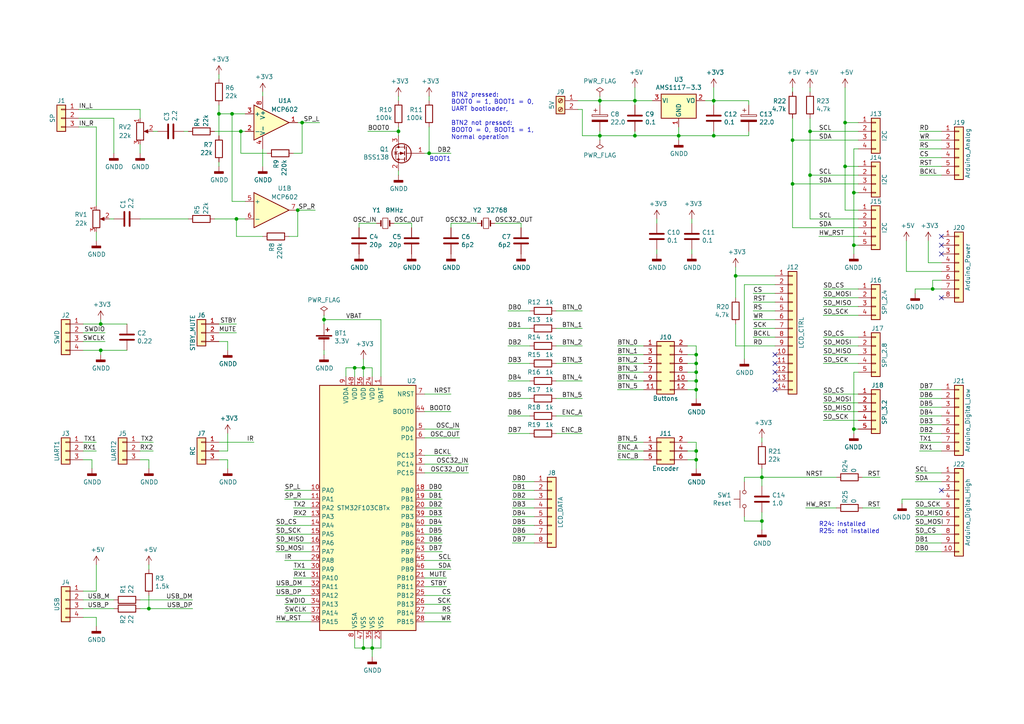
<source format=kicad_sch>
(kicad_sch (version 20211123) (generator eeschema)
  (paper "A4")
  (junction (at 69.85 38.1))
  (junction (at 201.93 130.81))
  (junction (at 67.31 33.02))
  (junction (at 43.18 176.53))
  (junction (at 229.87 40.64))
  (junction (at 201.93 133.35))
  (junction (at 105.41 187.96))
  (junction (at 247.65 71.12))
  (junction (at 105.41 106.68))
  (junction (at 184.15 29.21))
  (junction (at 201.93 102.87))
  (junction (at 220.98 151.13))
  (junction (at 201.93 113.03))
  (junction (at 87.63 35.56))
  (junction (at 201.93 105.41))
  (junction (at 124.46 44.45))
  (junction (at 196.85 39.37))
  (junction (at 207.01 29.21))
  (junction (at 270.51 83.82))
  (junction (at 201.93 107.95))
  (junction (at 107.95 187.96))
  (junction (at 86.36 60.96))
  (junction (at 29.21 93.98))
  (junction (at 29.21 101.6))
  (junction (at 115.57 38.1))
  (junction (at 93.98 92.71))
  (junction (at 229.87 53.34))
  (junction (at 247.65 124.46))
  (junction (at 173.99 29.21))
  (junction (at 245.11 48.26))
  (junction (at 173.99 39.37))
  (junction (at 63.5 33.02))
  (junction (at 68.58 63.5))
  (junction (at 207.01 39.37))
  (junction (at 234.95 38.1))
  (junction (at 102.87 106.68))
  (junction (at 201.93 110.49))
  (junction (at 213.36 80.01))
  (junction (at 245.11 35.56))
  (junction (at 220.98 138.43))
  (junction (at 234.95 50.8))
  (junction (at 184.15 39.37))
  (junction (at 247.65 55.88))
  (no_connect (at 273.05 73.66))
  (no_connect (at 224.79 113.03))
  (no_connect (at 224.79 107.95))
  (no_connect (at 273.05 86.36))
  (no_connect (at 273.05 142.24))
  (no_connect (at 224.79 110.49))
  (no_connect (at 273.05 71.12))
  (no_connect (at 224.79 105.41))
  (no_connect (at 224.79 102.87))
  (no_connect (at 273.05 68.58))
  (wire (pts (xy 250.19 138.43) (xy 255.27 138.43)))
  (wire (pts (xy 248.92 63.5) (xy 234.95 63.5)))
  (wire (pts (xy 234.95 38.1) (xy 234.95 50.8)))
  (wire (pts (xy 273.05 76.2) (xy 269.24 76.2)))
  (wire (pts (xy 22.86 36.83) (xy 27.94 36.83)))
  (wire (pts (xy 201.93 100.33) (xy 201.93 102.87)))
  (wire (pts (xy 36.83 93.98) (xy 29.21 93.98)))
  (wire (pts (xy 168.91 39.37) (xy 173.99 39.37)))
  (wire (pts (xy 186.69 107.95) (xy 179.07 107.95)))
  (wire (pts (xy 201.93 113.03) (xy 199.39 113.03)))
  (wire (pts (xy 36.83 101.6) (xy 29.21 101.6)))
  (wire (pts (xy 217.17 39.37) (xy 207.01 39.37)))
  (wire (pts (xy 273.05 50.8) (xy 266.7 50.8)))
  (wire (pts (xy 184.15 25.4) (xy 184.15 29.21)))
  (wire (pts (xy 71.12 38.1) (xy 69.85 38.1)))
  (wire (pts (xy 245.11 35.56) (xy 245.11 48.26)))
  (wire (pts (xy 63.5 99.06) (xy 66.04 99.06)))
  (wire (pts (xy 273.05 157.48) (xy 265.43 157.48)))
  (wire (pts (xy 273.05 38.1) (xy 266.7 38.1)))
  (wire (pts (xy 273.05 144.78) (xy 261.62 144.78)))
  (wire (pts (xy 248.92 124.46) (xy 247.65 124.46)))
  (wire (pts (xy 247.65 124.46) (xy 247.65 125.73)))
  (wire (pts (xy 248.92 53.34) (xy 229.87 53.34)))
  (wire (pts (xy 90.17 170.18) (xy 80.01 170.18)))
  (wire (pts (xy 147.32 115.57) (xy 153.67 115.57)))
  (wire (pts (xy 248.92 105.41) (xy 238.76 105.41)))
  (wire (pts (xy 115.57 36.83) (xy 115.57 38.1)))
  (wire (pts (xy 67.31 58.42) (xy 71.12 58.42)))
  (wire (pts (xy 273.05 130.81) (xy 266.7 130.81)))
  (wire (pts (xy 168.91 105.41) (xy 161.29 105.41)))
  (wire (pts (xy 247.65 124.46) (xy 247.65 107.95)))
  (wire (pts (xy 90.17 165.1) (xy 85.09 165.1)))
  (wire (pts (xy 66.04 130.81) (xy 63.5 130.81)))
  (wire (pts (xy 220.98 127) (xy 220.98 128.27)))
  (wire (pts (xy 82.55 142.24) (xy 90.17 142.24)))
  (wire (pts (xy 82.55 175.26) (xy 90.17 175.26)))
  (wire (pts (xy 86.36 60.96) (xy 91.44 60.96)))
  (wire (pts (xy 247.65 43.18) (xy 247.65 55.88)))
  (wire (pts (xy 66.04 99.06) (xy 66.04 101.6)))
  (wire (pts (xy 224.79 95.25) (xy 218.44 95.25)))
  (wire (pts (xy 76.2 68.58) (xy 68.58 68.58)))
  (wire (pts (xy 29.21 93.98) (xy 29.21 92.71)))
  (wire (pts (xy 26.67 133.35) (xy 26.67 135.89)))
  (wire (pts (xy 190.5 73.66) (xy 190.5 72.39)))
  (wire (pts (xy 273.05 115.57) (xy 266.7 115.57)))
  (wire (pts (xy 153.67 125.73) (xy 147.32 125.73)))
  (wire (pts (xy 124.46 27.94) (xy 124.46 29.21)))
  (wire (pts (xy 123.19 154.94) (xy 128.27 154.94)))
  (wire (pts (xy 107.95 190.5) (xy 107.95 187.96)))
  (wire (pts (xy 201.93 133.35) (xy 199.39 133.35)))
  (wire (pts (xy 224.79 80.01) (xy 213.36 80.01)))
  (wire (pts (xy 85.09 44.45) (xy 87.63 44.45)))
  (wire (pts (xy 105.41 104.14) (xy 105.41 106.68)))
  (wire (pts (xy 29.21 102.87) (xy 29.21 101.6)))
  (wire (pts (xy 27.94 36.83) (xy 27.94 59.69)))
  (wire (pts (xy 24.13 99.06) (xy 30.48 99.06)))
  (wire (pts (xy 69.85 38.1) (xy 62.23 38.1)))
  (wire (pts (xy 123.19 165.1) (xy 130.81 165.1)))
  (wire (pts (xy 45.72 38.1) (xy 44.45 38.1)))
  (wire (pts (xy 123.19 160.02) (xy 128.27 160.02)))
  (wire (pts (xy 107.95 106.68) (xy 107.95 109.22)))
  (wire (pts (xy 215.9 149.86) (xy 215.9 151.13)))
  (wire (pts (xy 29.21 101.6) (xy 24.13 101.6)))
  (wire (pts (xy 123.19 167.64) (xy 129.54 167.64)))
  (wire (pts (xy 154.94 144.78) (xy 148.59 144.78)))
  (wire (pts (xy 123.19 177.8) (xy 130.81 177.8)))
  (wire (pts (xy 196.85 40.64) (xy 196.85 39.37)))
  (wire (pts (xy 40.64 31.75) (xy 40.64 34.29)))
  (wire (pts (xy 153.67 120.65) (xy 147.32 120.65)))
  (wire (pts (xy 168.91 115.57) (xy 161.29 115.57)))
  (wire (pts (xy 200.66 73.66) (xy 200.66 72.39)))
  (wire (pts (xy 273.05 83.82) (xy 270.51 83.82)))
  (wire (pts (xy 199.39 110.49) (xy 201.93 110.49)))
  (wire (pts (xy 207.01 29.21) (xy 217.17 29.21)))
  (wire (pts (xy 63.5 96.52) (xy 68.58 96.52)))
  (wire (pts (xy 220.98 138.43) (xy 242.57 138.43)))
  (wire (pts (xy 215.9 139.7) (xy 215.9 138.43)))
  (wire (pts (xy 248.92 38.1) (xy 234.95 38.1)))
  (wire (pts (xy 153.67 100.33) (xy 147.32 100.33)))
  (wire (pts (xy 43.18 172.72) (xy 43.18 176.53)))
  (wire (pts (xy 43.18 163.83) (xy 43.18 165.1)))
  (wire (pts (xy 105.41 106.68) (xy 107.95 106.68)))
  (wire (pts (xy 248.92 43.18) (xy 247.65 43.18)))
  (wire (pts (xy 123.19 137.16) (xy 135.89 137.16)))
  (wire (pts (xy 273.05 120.65) (xy 266.7 120.65)))
  (wire (pts (xy 213.36 80.01) (xy 213.36 77.47)))
  (wire (pts (xy 261.62 144.78) (xy 261.62 146.05)))
  (wire (pts (xy 100.33 109.22) (xy 100.33 106.68)))
  (wire (pts (xy 273.05 81.28) (xy 270.51 81.28)))
  (wire (pts (xy 248.92 114.3) (xy 238.76 114.3)))
  (wire (pts (xy 63.5 128.27) (xy 73.66 128.27)))
  (wire (pts (xy 24.13 176.53) (xy 33.02 176.53)))
  (wire (pts (xy 248.92 121.92) (xy 238.76 121.92)))
  (wire (pts (xy 248.92 66.04) (xy 229.87 66.04)))
  (wire (pts (xy 63.5 21.59) (xy 63.5 22.86)))
  (wire (pts (xy 93.98 102.87) (xy 93.98 101.6)))
  (wire (pts (xy 207.01 30.48) (xy 207.01 29.21)))
  (wire (pts (xy 24.13 133.35) (xy 26.67 133.35)))
  (wire (pts (xy 220.98 151.13) (xy 215.9 151.13)))
  (wire (pts (xy 167.64 31.75) (xy 168.91 31.75)))
  (wire (pts (xy 248.92 71.12) (xy 247.65 71.12)))
  (wire (pts (xy 77.47 44.45) (xy 69.85 44.45)))
  (wire (pts (xy 168.91 110.49) (xy 161.29 110.49)))
  (wire (pts (xy 148.59 157.48) (xy 154.94 157.48)))
  (wire (pts (xy 40.64 173.99) (xy 55.88 173.99)))
  (wire (pts (xy 201.93 102.87) (xy 201.93 105.41)))
  (wire (pts (xy 184.15 29.21) (xy 173.99 29.21)))
  (wire (pts (xy 63.5 33.02) (xy 63.5 39.37)))
  (wire (pts (xy 224.79 85.09) (xy 218.44 85.09)))
  (wire (pts (xy 154.94 154.94) (xy 148.59 154.94)))
  (wire (pts (xy 201.93 107.95) (xy 201.93 110.49)))
  (wire (pts (xy 85.09 167.64) (xy 90.17 167.64)))
  (wire (pts (xy 248.92 60.96) (xy 245.11 60.96)))
  (wire (pts (xy 234.95 25.4) (xy 234.95 26.67)))
  (wire (pts (xy 248.92 50.8) (xy 234.95 50.8)))
  (wire (pts (xy 269.24 76.2) (xy 269.24 69.85)))
  (wire (pts (xy 248.92 119.38) (xy 238.76 119.38)))
  (wire (pts (xy 247.65 55.88) (xy 247.65 71.12)))
  (wire (pts (xy 68.58 68.58) (xy 68.58 63.5)))
  (wire (pts (xy 184.15 30.48) (xy 184.15 29.21)))
  (wire (pts (xy 248.92 35.56) (xy 245.11 35.56)))
  (wire (pts (xy 201.93 115.57) (xy 201.93 113.03)))
  (wire (pts (xy 119.38 66.04) (xy 119.38 64.77)))
  (wire (pts (xy 215.9 138.43) (xy 220.98 138.43)))
  (wire (pts (xy 186.69 128.27) (xy 179.07 128.27)))
  (wire (pts (xy 69.85 44.45) (xy 69.85 38.1)))
  (wire (pts (xy 186.69 100.33) (xy 179.07 100.33)))
  (wire (pts (xy 115.57 49.53) (xy 115.57 50.8)))
  (wire (pts (xy 71.12 63.5) (xy 68.58 63.5)))
  (wire (pts (xy 24.13 173.99) (xy 33.02 173.99)))
  (wire (pts (xy 104.14 64.77) (xy 109.22 64.77)))
  (wire (pts (xy 229.87 66.04) (xy 229.87 53.34)))
  (wire (pts (xy 151.13 66.04) (xy 151.13 64.77)))
  (wire (pts (xy 199.39 130.81) (xy 201.93 130.81)))
  (wire (pts (xy 86.36 68.58) (xy 86.36 60.96)))
  (wire (pts (xy 273.05 137.16) (xy 265.43 137.16)))
  (wire (pts (xy 40.64 133.35) (xy 43.18 133.35)))
  (wire (pts (xy 123.19 124.46) (xy 133.35 124.46)))
  (wire (pts (xy 224.79 97.79) (xy 218.44 97.79)))
  (wire (pts (xy 90.17 162.56) (xy 82.55 162.56)))
  (wire (pts (xy 220.98 148.59) (xy 220.98 151.13)))
  (wire (pts (xy 250.19 147.32) (xy 255.27 147.32)))
  (wire (pts (xy 102.87 185.42) (xy 102.87 187.96)))
  (wire (pts (xy 27.94 171.45) (xy 24.13 171.45)))
  (wire (pts (xy 245.11 25.4) (xy 245.11 35.56)))
  (wire (pts (xy 184.15 39.37) (xy 196.85 39.37)))
  (wire (pts (xy 199.39 105.41) (xy 201.93 105.41)))
  (wire (pts (xy 273.05 125.73) (xy 266.7 125.73)))
  (wire (pts (xy 234.95 34.29) (xy 234.95 38.1)))
  (wire (pts (xy 24.13 96.52) (xy 30.48 96.52)))
  (wire (pts (xy 123.19 149.86) (xy 128.27 149.86)))
  (wire (pts (xy 207.01 39.37) (xy 196.85 39.37)))
  (wire (pts (xy 123.19 170.18) (xy 129.54 170.18)))
  (wire (pts (xy 265.43 154.94) (xy 273.05 154.94)))
  (wire (pts (xy 76.2 26.67) (xy 76.2 27.94)))
  (wire (pts (xy 186.69 130.81) (xy 179.07 130.81)))
  (wire (pts (xy 248.92 55.88) (xy 247.65 55.88)))
  (wire (pts (xy 124.46 36.83) (xy 124.46 44.45)))
  (wire (pts (xy 104.14 64.77) (xy 104.14 66.04)))
  (wire (pts (xy 40.64 130.81) (xy 44.45 130.81)))
  (wire (pts (xy 248.92 116.84) (xy 238.76 116.84)))
  (wire (pts (xy 33.02 63.5) (xy 31.75 63.5)))
  (wire (pts (xy 24.13 93.98) (xy 29.21 93.98)))
  (wire (pts (xy 179.07 133.35) (xy 186.69 133.35)))
  (wire (pts (xy 273.05 147.32) (xy 265.43 147.32)))
  (wire (pts (xy 90.17 157.48) (xy 80.01 157.48)))
  (wire (pts (xy 123.19 119.38) (xy 130.81 119.38)))
  (wire (pts (xy 248.92 40.64) (xy 229.87 40.64)))
  (wire (pts (xy 265.43 160.02) (xy 273.05 160.02)))
  (wire (pts (xy 71.12 33.02) (xy 67.31 33.02)))
  (wire (pts (xy 105.41 109.22) (xy 105.41 106.68)))
  (wire (pts (xy 82.55 177.8) (xy 90.17 177.8)))
  (wire (pts (xy 106.68 38.1) (xy 115.57 38.1)))
  (wire (pts (xy 90.17 180.34) (xy 80.01 180.34)))
  (wire (pts (xy 40.64 44.45) (xy 40.64 41.91)))
  (wire (pts (xy 123.19 180.34) (xy 130.81 180.34)))
  (wire (pts (xy 123.19 152.4) (xy 128.27 152.4)))
  (wire (pts (xy 201.93 128.27) (xy 201.93 130.81)))
  (wire (pts (xy 143.51 64.77) (xy 151.13 64.77)))
  (wire (pts (xy 147.32 105.41) (xy 153.67 105.41)))
  (wire (pts (xy 215.9 104.14) (xy 215.9 82.55)))
  (wire (pts (xy 67.31 33.02) (xy 63.5 33.02)))
  (wire (pts (xy 27.94 181.61) (xy 27.94 179.07)))
  (wire (pts (xy 204.47 29.21) (xy 207.01 29.21)))
  (wire (pts (xy 87.63 35.56) (xy 86.36 35.56)))
  (wire (pts (xy 262.89 78.74) (xy 273.05 78.74)))
  (wire (pts (xy 248.92 88.9) (xy 238.76 88.9)))
  (wire (pts (xy 248.92 97.79) (xy 238.76 97.79)))
  (wire (pts (xy 63.5 93.98) (xy 68.58 93.98)))
  (wire (pts (xy 87.63 44.45) (xy 87.63 35.56)))
  (wire (pts (xy 102.87 106.68) (xy 105.41 106.68)))
  (wire (pts (xy 213.36 100.33) (xy 213.36 93.98)))
  (wire (pts (xy 273.05 139.7) (xy 265.43 139.7)))
  (wire (pts (xy 200.66 63.5) (xy 200.66 64.77)))
  (wire (pts (xy 224.79 90.17) (xy 218.44 90.17)))
  (wire (pts (xy 87.63 35.56) (xy 92.71 35.56)))
  (wire (pts (xy 107.95 185.42) (xy 107.95 187.96)))
  (wire (pts (xy 107.95 187.96) (xy 110.49 187.96)))
  (wire (pts (xy 184.15 39.37) (xy 184.15 38.1)))
  (wire (pts (xy 115.57 38.1) (xy 115.57 39.37)))
  (wire (pts (xy 123.19 144.78) (xy 128.27 144.78)))
  (wire (pts (xy 273.05 40.64) (xy 266.7 40.64)))
  (wire (pts (xy 161.29 90.17) (xy 168.91 90.17)))
  (wire (pts (xy 40.64 176.53) (xy 43.18 176.53)))
  (wire (pts (xy 201.93 110.49) (xy 201.93 113.03)))
  (wire (pts (xy 124.46 44.45) (xy 130.81 44.45)))
  (wire (pts (xy 262.89 69.85) (xy 262.89 78.74)))
  (wire (pts (xy 114.3 64.77) (xy 119.38 64.77)))
  (wire (pts (xy 148.59 142.24) (xy 154.94 142.24)))
  (wire (pts (xy 123.19 127) (xy 133.35 127)))
  (wire (pts (xy 76.2 48.26) (xy 76.2 43.18)))
  (wire (pts (xy 123.19 157.48) (xy 128.27 157.48)))
  (wire (pts (xy 173.99 39.37) (xy 184.15 39.37)))
  (wire (pts (xy 201.93 130.81) (xy 201.93 133.35)))
  (wire (pts (xy 83.82 68.58) (xy 86.36 68.58)))
  (wire (pts (xy 40.64 128.27) (xy 44.45 128.27)))
  (wire (pts (xy 265.43 83.82) (xy 270.51 83.82)))
  (wire (pts (xy 33.02 34.29) (xy 22.86 34.29)))
  (wire (pts (xy 105.41 185.42) (xy 105.41 187.96)))
  (wire (pts (xy 102.87 109.22) (xy 102.87 106.68)))
  (wire (pts (xy 266.7 128.27) (xy 273.05 128.27)))
  (wire (pts (xy 265.43 149.86) (xy 273.05 149.86)))
  (wire (pts (xy 220.98 138.43) (xy 220.98 140.97)))
  (wire (pts (xy 217.17 38.1) (xy 217.17 39.37)))
  (wire (pts (xy 168.91 95.25) (xy 161.29 95.25)))
  (wire (pts (xy 43.18 176.53) (xy 55.88 176.53)))
  (wire (pts (xy 224.79 92.71) (xy 218.44 92.71)))
  (wire (pts (xy 266.7 123.19) (xy 273.05 123.19)))
  (wire (pts (xy 123.19 172.72) (xy 130.81 172.72)))
  (wire (pts (xy 248.92 86.36) (xy 238.76 86.36)))
  (wire (pts (xy 123.19 175.26) (xy 130.81 175.26)))
  (wire (pts (xy 148.59 147.32) (xy 154.94 147.32)))
  (wire (pts (xy 217.17 29.21) (xy 217.17 30.48)))
  (wire (pts (xy 43.18 133.35) (xy 43.18 135.89)))
  (wire (pts (xy 173.99 39.37) (xy 173.99 40.64)))
  (wire (pts (xy 168.91 125.73) (xy 161.29 125.73)))
  (wire (pts (xy 199.39 102.87) (xy 201.93 102.87)))
  (wire (pts (xy 229.87 26.67) (xy 229.87 25.4)))
  (wire (pts (xy 196.85 39.37) (xy 196.85 36.83)))
  (wire (pts (xy 130.81 64.77) (xy 138.43 64.77)))
  (wire (pts (xy 273.05 43.18) (xy 266.7 43.18)))
  (wire (pts (xy 234.95 63.5) (xy 234.95 50.8)))
  (wire (pts (xy 80.01 172.72) (xy 90.17 172.72)))
  (wire (pts (xy 54.61 38.1) (xy 53.34 38.1)))
  (wire (pts (xy 229.87 40.64) (xy 229.87 53.34)))
  (wire (pts (xy 247.65 107.95) (xy 248.92 107.95)))
  (wire (pts (xy 190.5 63.5) (xy 190.5 64.77)))
  (wire (pts (xy 273.05 48.26) (xy 266.7 48.26)))
  (wire (pts (xy 110.49 187.96) (xy 110.49 185.42)))
  (wire (pts (xy 173.99 38.1) (xy 173.99 39.37)))
  (wire (pts (xy 27.94 179.07) (xy 24.13 179.07)))
  (wire (pts (xy 66.04 125.73) (xy 66.04 130.81)))
  (wire (pts (xy 80.01 160.02) (xy 90.17 160.02)))
  (wire (pts (xy 123.19 114.3) (xy 130.81 114.3)))
  (wire (pts (xy 123.19 132.08) (xy 130.81 132.08)))
  (wire (pts (xy 173.99 29.21) (xy 173.99 30.48)))
  (wire (pts (xy 184.15 29.21) (xy 189.23 29.21)))
  (wire (pts (xy 266.7 118.11) (xy 273.05 118.11)))
  (wire (pts (xy 27.94 69.85) (xy 27.94 67.31)))
  (wire (pts (xy 110.49 92.71) (xy 93.98 92.71)))
  (wire (pts (xy 80.01 154.94) (xy 90.17 154.94)))
  (wire (pts (xy 218.44 87.63) (xy 224.79 87.63)))
  (wire (pts (xy 199.39 107.95) (xy 201.93 107.95)))
  (wire (pts (xy 245.11 48.26) (xy 248.92 48.26)))
  (wire (pts (xy 24.13 128.27) (xy 27.94 128.27)))
  (wire (pts (xy 245.11 60.96) (xy 245.11 48.26)))
  (wire (pts (xy 128.27 147.32) (xy 123.19 147.32)))
  (wire (pts (xy 130.81 64.77) (xy 130.81 66.04)))
  (wire (pts (xy 237.49 68.58) (xy 248.92 68.58)))
  (wire (pts (xy 100.33 106.68) (xy 102.87 106.68)))
  (wire (pts (xy 224.79 100.33) (xy 213.36 100.33)))
  (wire (pts (xy 154.94 139.7) (xy 148.59 139.7)))
  (wire (pts (xy 270.51 81.28) (xy 270.51 83.82)))
  (wire (pts (xy 173.99 27.94) (xy 173.99 29.21)))
  (wire (pts (xy 265.43 83.82) (xy 265.43 85.09)))
  (wire (pts (xy 123.19 134.62) (xy 135.89 134.62)))
  (wire (pts (xy 199.39 128.27) (xy 201.93 128.27)))
  (wire (pts (xy 123.19 44.45) (xy 124.46 44.45)))
  (wire (pts (xy 54.61 63.5) (xy 40.64 63.5)))
  (wire (pts (xy 201.93 105.41) (xy 201.93 107.95)))
  (wire (pts (xy 248.92 102.87) (xy 238.76 102.87)))
  (wire (pts (xy 123.19 162.56) (xy 130.81 162.56)))
  (wire (pts (xy 63.5 48.26) (xy 63.5 46.99)))
  (wire (pts (xy 168.91 31.75) (xy 168.91 39.37)))
  (wire (pts (xy 27.94 163.83) (xy 27.94 171.45)))
  (wire (pts (xy 63.5 30.48) (xy 63.5 33.02)))
  (wire (pts (xy 153.67 90.17) (xy 147.32 90.17)))
  (wire (pts (xy 93.98 92.71) (xy 93.98 93.98)))
  (wire (pts (xy 167.64 29.21) (xy 173.99 29.21)))
  (wire (pts (xy 82.55 144.78) (xy 90.17 144.78)))
  (wire (pts (xy 199.39 100.33) (xy 201.93 100.33)))
  (wire (pts (xy 186.69 105.41) (xy 179.07 105.41)))
  (wire (pts (xy 220.98 151.13) (xy 220.98 153.67)))
  (wire (pts (xy 22.86 31.75) (xy 40.64 31.75)))
  (wire (pts (xy 248.92 83.82) (xy 238.76 83.82)))
  (wire (pts (xy 148.59 152.4) (xy 154.94 152.4)))
  (wire (pts (xy 229.87 34.29) (xy 229.87 40.64)))
  (wire (pts (xy 147.32 95.25) (xy 153.67 95.25)))
  (wire (pts (xy 85.09 149.86) (xy 90.17 149.86)))
  (wire (pts (xy 68.58 63.5) (xy 62.23 63.5)))
  (wire (pts (xy 247.65 71.12) (xy 247.65 73.66)))
  (wire (pts (xy 33.02 44.45) (xy 33.02 34.29)))
  (wire (pts (xy 207.01 38.1) (xy 207.01 39.37)))
  (wire (pts (xy 266.7 45.72) (xy 273.05 45.72)))
  (wire (pts (xy 105.41 187.96) (xy 107.95 187.96)))
  (wire (pts (xy 153.67 110.49) (xy 147.32 110.49)))
  (wire (pts (xy 248.92 100.33) (xy 238.76 100.33)))
  (wire (pts (xy 220.98 135.89) (xy 220.98 138.43)))
  (wire (pts (xy 102.87 187.96) (xy 105.41 187.96)))
  (wire (pts (xy 265.43 152.4) (xy 273.05 152.4)))
  (wire (pts (xy 115.57 27.94) (xy 115.57 29.21)))
  (wire (pts (xy 67.31 33.02) (xy 67.31 58.42)))
  (wire (pts (xy 242.57 147.32) (xy 233.68 147.32)))
  (wire (pts (xy 161.29 100.33) (xy 168.91 100.33)))
  (wire (pts (xy 186.69 110.49) (xy 179.07 110.49)))
  (wire (pts (xy 93.98 91.44) (xy 93.98 92.71)))
  (wire (pts (xy 90.17 147.32) (xy 85.09 147.32)))
  (wire (pts (xy 248.92 91.44) (xy 238.76 91.44)))
  (wire (pts (xy 66.04 133.35) (xy 63.5 133.35)))
  (wire (pts (xy 66.04 135.89) (xy 66.04 133.35)))
  (wire (pts (xy 90.17 152.4) (xy 80.01 152.4)))
  (wire (pts (xy 154.94 149.86) (xy 148.59 149.86)))
  (wire (pts (xy 213.36 80.01) (xy 213.36 86.36)))
  (wire (pts (xy 186.69 113.03) (xy 179.07 113.03)))
  (wire (pts (xy 186.69 102.87) (xy 179.07 102.87)))
  (wire (pts (xy 215.9 82.55) (xy 224.79 82.55)))
  (wire (pts (xy 110.49 109.22) (xy 110.49 92.71)))
  (wire (pts (xy 168.91 120.65) (xy 161.29 120.65)))
  (wire (pts (xy 123.19 142.24) (xy 128.27 142.24)))
  (wire (pts (xy 207.01 25.4) (xy 207.01 29.21)))
  (wire (pts (xy 273.05 113.03) (xy 266.7 113.03)))
  (wire (pts (xy 24.13 130.81) (xy 27.94 130.81)))
  (wire (pts (xy 201.93 135.89) (xy 201.93 133.35)))
  (text "R24: installed\nR25: not installed" (at 237.49 154.94 0) (effects (font (size 1.27 1.27)) (justify left bottom)))
  (text "BOOT1" (at 130.81 46.99 180) (effects (font (size 1.27 1.27)) (justify right bottom)))
  (text "BTN2 pressed:\nBOOT0 = 1, BOOT1 = 0,\nUART bootloader,\n\nBTN2 not pressed:\nBOOT0 = 0, BOOT1 = 1,\nNormal operation\n" (at 130.81 40.64 0) (effects (font (size 1.27 1.27)) (justify left bottom)))
  (label "DB5" (at 266.7 118.11 0))
  (label "SD_SCK" (at 265.43 147.32 0))
  (label "OSC_OUT" (at 114.3 64.77 0))
  (label "RS" (at 130.81 177.8 180))
  (label "BTN_1" (at 179.07 102.87 0))
  (label "DB4" (at 128.27 152.4 180))
  (label "RST" (at 255.27 147.32 180))
  (label "RX1" (at 266.7 130.81 0))
  (label "SD_SCK" (at 238.76 105.41 0))
  (label "SD_MISO" (at 80.01 157.48 0))
  (label "SD_MOSI" (at 238.76 100.33 0))
  (label "BTN_2" (at 168.91 100.33 180))
  (label "TX1" (at 85.09 165.1 0))
  (label "TX1" (at 266.7 128.27 0))
  (label "SDA" (at 265.43 139.7 0))
  (label "RX1" (at 85.09 167.64 0))
  (label "SD_MOSI" (at 238.76 116.84 0))
  (label "TX2" (at 44.45 128.27 180))
  (label "RX2" (at 85.09 149.86 0))
  (label "DB1" (at 147.32 95.25 0))
  (label "RST" (at 218.44 87.63 0))
  (label "BTN_5" (at 179.07 128.27 0))
  (label "USB_M" (at 25.4 173.99 0))
  (label "SCL" (at 237.49 50.8 0))
  (label "SD_CS" (at 238.76 114.3 0))
  (label "USB_P" (at 25.4 176.53 0))
  (label "DB5" (at 147.32 115.57 0))
  (label "HW_RST" (at 80.01 180.34 0))
  (label "USB_DM" (at 55.88 173.99 180))
  (label "DB7" (at 128.27 160.02 180))
  (label "RD" (at 266.7 38.1 0))
  (label "DB4" (at 148.59 149.86 0))
  (label "DB3" (at 128.27 149.86 180))
  (label "BTN_2" (at 179.07 105.41 0))
  (label "DB6" (at 128.27 157.48 180))
  (label "ENC_A" (at 168.91 120.65 180))
  (label "DB7" (at 266.7 113.03 0))
  (label "IN_L" (at 22.86 31.75 0))
  (label "WR" (at 218.44 92.71 0))
  (label "SDA" (at 237.49 66.04 0))
  (label "DB1" (at 265.43 157.48 0))
  (label "DB1" (at 128.27 144.78 180))
  (label "NRST" (at 233.68 138.43 0))
  (label "SCL" (at 237.49 38.1 0))
  (label "DB7" (at 147.32 125.73 0))
  (label "BOOT0" (at 130.81 119.38 180))
  (label "OSC_IN" (at 133.35 124.46 180))
  (label "BTN_5" (at 179.07 113.03 0))
  (label "ENC_B" (at 168.91 125.73 180))
  (label "RD" (at 218.44 100.33 0))
  (label "ENC_A" (at 179.07 130.81 0))
  (label "RST" (at 266.7 48.26 0))
  (label "DB0" (at 128.27 142.24 180))
  (label "SP_R" (at 91.44 60.96 180))
  (label "IN_R" (at 22.86 36.83 0))
  (label "DB3" (at 266.7 123.19 0))
  (label "DB1" (at 148.59 142.24 0))
  (label "OSC32_OUT" (at 143.51 64.77 0))
  (label "DB4" (at 147.32 110.49 0))
  (label "USB_DP" (at 55.88 176.53 180))
  (label "SWDIO" (at 30.48 96.52 180))
  (label "SD_MOSI" (at 265.43 152.4 0))
  (label "BTN_1" (at 168.91 95.25 180))
  (label "RST" (at 255.27 138.43 180))
  (label "DB7" (at 148.59 157.48 0))
  (label "BCKL" (at 266.7 50.8 0))
  (label "SDA" (at 237.49 53.34 0))
  (label "SP_L" (at 92.71 35.56 180))
  (label "OSC32_OUT" (at 135.89 137.16 180))
  (label "DB5" (at 148.59 152.4 0))
  (label "SD_SCK" (at 238.76 121.92 0))
  (label "BTN_0" (at 179.07 100.33 0))
  (label "DB6" (at 148.59 154.94 0))
  (label "BTN_3" (at 179.07 107.95 0))
  (label "SDA" (at 237.49 40.64 0))
  (label "BCKL" (at 218.44 97.79 0))
  (label "SD_SCK" (at 80.01 154.94 0))
  (label "SD_CS" (at 80.01 152.4 0))
  (label "BOOT0" (at 106.68 38.1 0))
  (label "BTN_5" (at 168.91 115.57 180))
  (label "CS" (at 130.81 172.72 180))
  (label "CS" (at 266.7 45.72 0))
  (label "SCL" (at 130.81 162.56 180))
  (label "TX2" (at 85.09 147.32 0))
  (label "SWDIO" (at 82.55 175.26 0))
  (label "DB0" (at 148.59 139.7 0))
  (label "BTN_4" (at 168.91 110.49 180))
  (label "DB0" (at 147.32 90.17 0))
  (label "WR" (at 130.81 180.34 180))
  (label "OSC32_IN" (at 138.43 64.77 180))
  (label "USB_DP" (at 80.01 172.72 0))
  (label "SCK" (at 130.81 175.26 180))
  (label "DB0" (at 265.43 160.02 0))
  (label "SD_MISO" (at 238.76 88.9 0))
  (label "HW_RST" (at 233.68 147.32 0))
  (label "ENC_B" (at 179.07 133.35 0))
  (label "BCKL" (at 130.81 132.08 180))
  (label "STBY" (at 68.58 93.98 180))
  (label "CS" (at 218.44 85.09 0))
  (label "BTN_4" (at 179.07 110.49 0))
  (label "SD_MISO" (at 238.76 119.38 0))
  (label "MUTE" (at 68.58 96.52 180))
  (label "DB2" (at 128.27 147.32 180))
  (label "OSC_OUT" (at 133.35 127 180))
  (label "STBY" (at 129.54 170.18 180))
  (label "SD_CS" (at 238.76 83.82 0))
  (label "DB2" (at 148.59 144.78 0))
  (label "OSC_IN" (at 109.22 64.77 180))
  (label "MUTE" (at 129.54 167.64 180))
  (label "NRST" (at 130.81 114.3 180))
  (label "DB2" (at 147.32 100.33 0))
  (label "SCK" (at 218.44 95.25 0))
  (label "USB_DM" (at 80.01 170.18 0))
  (label "SWCLK" (at 30.48 99.06 180))
  (label "SP_L" (at 82.55 142.24 0))
  (label "HW_RST" (at 237.49 68.58 0))
  (label "SCL" (at 237.49 63.5 0))
  (label "TX1" (at 27.94 128.27 180))
  (label "RS" (at 266.7 43.18 0))
  (label "DB2" (at 266.7 125.73 0))
  (label "SD_SCK" (at 238.76 91.44 0))
  (label "DB4" (at 266.7 120.65 0))
  (label "DB2" (at 130.81 44.45 180))
  (label "IR" (at 73.66 128.27 180))
  (label "IR" (at 82.55 162.56 0))
  (label "DB5" (at 128.27 154.94 180))
  (label "SD_MOSI" (at 238.76 86.36 0))
  (label "SD_MISO" (at 265.43 149.86 0))
  (label "SD_CS" (at 265.43 154.94 0))
  (label "SD_CS" (at 238.76 97.79 0))
  (label "DB6" (at 266.7 115.57 0))
  (label "SD_MISO" (at 238.76 102.87 0))
  (label "BTN_0" (at 168.91 90.17 180))
  (label "SDA" (at 130.81 165.1 180))
  (label "SP_R" (at 82.55 144.78 0))
  (label "DB6" (at 147.32 120.65 0))
  (label "RX2" (at 44.45 130.81 180))
  (label "SCL" (at 265.43 137.16 0))
  (label "OSC32_IN" (at 135.89 134.62 180))
  (label "DB3" (at 147.32 105.41 0))
  (label "VBAT" (at 100.33 92.71 0))
  (label "RX1" (at 27.94 130.81 180))
  (label "WR" (at 266.7 40.64 0))
  (label "DB3" (at 148.59 147.32 0))
  (label "SD_MOSI" (at 80.01 160.02 0))
  (label "RS" (at 218.44 90.17 0))
  (label "BTN_3" (at 168.91 105.41 180))
  (label "SWCLK" (at 82.55 177.8 0))
  (symbol (lib_id "power:GNDD") (at 107.95 190.5 0) (unit 1)
    (property "Reference" "#PWR021" (effects hide))
    (property "Value" "GNDD" (at 108.0516 194.437 0))
  )
  (symbol (lib_id "power:+3V3") (at 105.41 104.14 0) (unit 1)
    (property "Reference" "#PWR020" (effects hide))
    (property "Value" "+3V3" (at 105.791 99.7458 0))
  )
  (symbol (lib_id "MCU_ST_STM32F1:STM32F103CBTx") (at 105.41 147.32 0) (mirror y) (unit 1)
    (property "Reference" "U2" (at 119.38 110.49 0))
    (property "Value" "STM32F103CBTx" (at 105.41 147.32 0))
    (property "Footprint" "Package_QFP:LQFP-48_7x7mm_P0.5mm" (effects hide))
    (property "Datasheet" "http://www.st.com/st-web-ui/static/active/en/resource/technical/document/datasheet/CD00161566.pdf" (effects hide))
  )
  (symbol (lib_id "Device:Crystal_Small") (at 111.76 64.77 180) (unit 1)
    (property "Reference" "Y1" (at 110.49 60.96 0) (effects (justify left)))
    (property "Value" "8MHz" (at 111.76 60.96 0) (effects (justify right)))
    (property "Footprint" "Crystal:Crystal_HC49-4H_Vertical" (effects hide))
  )
  (symbol (lib_id "Device:C") (at 151.13 69.85 0) (mirror x) (unit 1)
    (property "Reference" "C7" (at 148.209 68.6816 0) (effects (justify right)))
    (property "Value" "6p2" (at 148.209 70.993 0) (effects (justify right)))
    (property "Footprint" "Capacitor_SMD:C_0805_2012Metric" (effects hide))
  )
  (symbol (lib_id "Device:C") (at 130.81 69.85 0) (unit 1)
    (property "Reference" "C6" (at 133.731 68.6816 0) (effects (justify left)))
    (property "Value" "6p2" (at 133.731 70.993 0) (effects (justify left)))
    (property "Footprint" "Capacitor_SMD:C_0805_2012Metric" (effects hide))
  )
  (symbol (lib_id "power:GNDD") (at 151.13 73.66 0) (unit 1)
    (property "Reference" "#PWR027" (effects hide))
    (property "Value" "GNDD" (at 151.2316 77.597 0))
  )
  (symbol (lib_id "Device:Crystal_Small") (at 140.97 64.77 0) (unit 1)
    (property "Reference" "Y2" (at 139.7 60.96 0) (effects (justify right)))
    (property "Value" "32768" (at 140.97 60.96 0) (effects (justify left)))
    (property "Footprint" "Crystal:Crystal_C38-LF_D3.0mm_L8.0mm_Vertical" (effects hide))
  )
  (symbol (lib_id "power:GNDD") (at 130.81 73.66 0) (unit 1)
    (property "Reference" "#PWR026" (effects hide))
    (property "Value" "GNDD" (at 130.9116 77.597 0))
  )
  (symbol (lib_id "power:+5V") (at 229.87 25.4 0) (unit 1)
    (property "Reference" "#PWR041" (effects hide))
    (property "Value" "+5V" (at 230.251 21.0058 0))
  )
  (symbol (lib_id "Device:R") (at 229.87 30.48 0) (mirror y) (unit 1)
    (property "Reference" "R22" (at 228.092 29.3116 0) (effects (justify left)))
    (property "Value" "4.7k" (at 228.092 31.623 0) (effects (justify left)))
    (property "Footprint" "Resistor_SMD:R_0805_2012Metric" (effects hide))
  )
  (symbol (lib_id "power:+5V") (at 234.95 25.4 0) (unit 1)
    (property "Reference" "#PWR042" (effects hide))
    (property "Value" "+5V" (at 235.331 21.0058 0))
  )
  (symbol (lib_id "Device:R") (at 234.95 30.48 0) (unit 1)
    (property "Reference" "R23" (at 236.728 29.3116 0) (effects (justify left)))
    (property "Value" "4.7k" (at 236.728 31.623 0) (effects (justify left)))
    (property "Footprint" "Resistor_SMD:R_0805_2012Metric" (effects hide))
  )
  (symbol (lib_id "Amplifier_Operational:MCP602") (at 78.74 35.56 0) (unit 1)
    (property "Reference" "U1" (at 82.55 29.21 0))
    (property "Value" "MCP602" (at 82.55 31.75 0))
    (property "Footprint" "Package_SO:SOIC-8_3.9x4.9mm_P1.27mm" (effects hide))
    (property "Datasheet" "http://ww1.microchip.com/downloads/en/DeviceDoc/21314g.pdf" (effects hide))
  )
  (symbol (lib_id "Amplifier_Operational:MCP602") (at 78.74 60.96 0) (unit 2)
    (property "Reference" "U1" (at 82.55 54.61 0))
    (property "Value" "MCP602" (at 82.55 57.15 0))
    (property "Footprint" "Package_SO:SOIC-8_3.9x4.9mm_P1.27mm" (effects hide))
    (property "Datasheet" "http://ww1.microchip.com/downloads/en/DeviceDoc/21314g.pdf" (effects hide))
  )
  (symbol (lib_id "Device:R") (at 220.98 132.08 0) (unit 1)
    (property "Reference" "R21" (at 222.758 130.9116 0) (effects (justify left)))
    (property "Value" "22k" (at 222.758 133.223 0) (effects (justify left)))
    (property "Footprint" "Resistor_SMD:R_0805_2012Metric" (effects hide))
  )
  (symbol (lib_id "Device:R") (at 63.5 43.18 0) (mirror y) (unit 1)
    (property "Reference" "R7" (at 61.722 42.0116 0) (effects (justify left)))
    (property "Value" "22k" (at 61.722 44.323 0) (effects (justify left)))
    (property "Footprint" "Resistor_SMD:R_0805_2012Metric" (effects hide))
  )
  (symbol (lib_id "Device:R") (at 58.42 38.1 90) (unit 1)
    (property "Reference" "R4" (at 57.15 36.83 0) (effects (justify left)))
    (property "Value" "22k" (at 59.69 36.83 0) (effects (justify left)))
    (property "Footprint" "Resistor_SMD:R_0805_2012Metric" (effects hide))
  )
  (symbol (lib_id "Device:R") (at 63.5 26.67 0) (unit 1)
    (property "Reference" "R6" (at 65.278 25.5016 0) (effects (justify left)))
    (property "Value" "22k" (at 65.278 27.813 0) (effects (justify left)))
    (property "Footprint" "Resistor_SMD:R_0805_2012Metric" (effects hide))
  )
  (symbol (lib_id "power:+3V3") (at 63.5 21.59 0) (unit 1)
    (property "Reference" "#PWR011" (effects hide))
    (property "Value" "+3V3" (at 63.881 17.1958 0))
  )
  (symbol (lib_id "Device:C") (at 49.53 38.1 270) (unit 1)
    (property "Reference" "C3" (at 48.3616 35.179 0) (effects (justify right)))
    (property "Value" "2.2" (at 50.673 35.179 0) (effects (justify right)))
    (property "Footprint" "Capacitor_SMD:C_0805_2012Metric" (effects hide))
  )
  (symbol (lib_id "power:GNDD") (at 63.5 48.26 0) (unit 1)
    (property "Reference" "#PWR012" (effects hide))
    (property "Value" "GNDD" (at 63.6016 52.197 0))
  )
  (symbol (lib_id "power:+3V3") (at 220.98 127 0) (unit 1)
    (property "Reference" "#PWR039" (effects hide))
    (property "Value" "+3V3" (at 221.361 122.6058 0))
  )
  (symbol (lib_id "Device:R") (at 81.28 44.45 90) (mirror x) (unit 1)
    (property "Reference" "R9" (at 80.1116 46.228 0) (effects (justify left)))
    (property "Value" "220k" (at 82.423 46.228 0) (effects (justify left)))
    (property "Footprint" "Resistor_SMD:R_0805_2012Metric" (effects hide))
  )
  (symbol (lib_id "Device:R") (at 58.42 63.5 90) (unit 1)
    (property "Reference" "R5" (at 57.15 62.23 0) (effects (justify left)))
    (property "Value" "22k" (at 59.69 62.23 0) (effects (justify left)))
    (property "Footprint" "Resistor_SMD:R_0805_2012Metric" (effects hide))
  )
  (symbol (lib_id "Device:C") (at 36.83 63.5 270) (unit 1)
    (property "Reference" "C1" (at 35.6616 60.579 0) (effects (justify right)))
    (property "Value" "2.2" (at 37.973 60.579 0) (effects (justify right)))
    (property "Footprint" "Capacitor_SMD:C_0805_2012Metric" (effects hide))
  )
  (symbol (lib_id "Device:R") (at 80.01 68.58 90) (mirror x) (unit 1)
    (property "Reference" "R8" (at 78.8416 70.358 0) (effects (justify left)))
    (property "Value" "220k" (at 81.153 70.358 0) (effects (justify left)))
    (property "Footprint" "Resistor_SMD:R_0805_2012Metric" (effects hide))
  )
  (symbol (lib_id "Device:R") (at 157.48 125.73 270) (unit 1)
    (property "Reference" "R19" (at 156.845 123.19 90) (effects (justify right)))
    (property "Value" "1k" (at 158.115 123.19 90) (effects (justify left)))
    (property "Footprint" "Resistor_SMD:R_0805_2012Metric" (effects hide))
  )
  (symbol (lib_id "Device:R") (at 157.48 120.65 270) (unit 1)
    (property "Reference" "R18" (at 156.845 118.11 90) (effects (justify right)))
    (property "Value" "1k" (at 158.115 118.11 90) (effects (justify left)))
    (property "Footprint" "Resistor_SMD:R_0805_2012Metric" (effects hide))
  )
  (symbol (lib_id "Device:R") (at 157.48 105.41 270) (unit 1)
    (property "Reference" "R15" (at 156.845 102.87 90) (effects (justify right)))
    (property "Value" "1k" (at 158.115 102.87 90) (effects (justify left)))
    (property "Footprint" "Resistor_SMD:R_0805_2012Metric" (effects hide))
  )
  (symbol (lib_id "Device:R") (at 157.48 100.33 270) (unit 1)
    (property "Reference" "R14" (at 156.845 97.79 90) (effects (justify right)))
    (property "Value" "1k" (at 158.115 97.79 90) (effects (justify left)))
    (property "Footprint" "Resistor_SMD:R_0805_2012Metric" (effects hide))
  )
  (symbol (lib_id "Device:R") (at 157.48 95.25 270) (unit 1)
    (property "Reference" "R13" (at 156.845 92.71 90) (effects (justify right)))
    (property "Value" "1k" (at 158.115 92.71 90) (effects (justify left)))
    (property "Footprint" "Resistor_SMD:R_0805_2012Metric" (effects hide))
  )
  (symbol (lib_id "Device:R") (at 157.48 90.17 270) (unit 1)
    (property "Reference" "R12" (at 156.845 87.63 90) (effects (justify right)))
    (property "Value" "1k" (at 158.115 87.63 90) (effects (justify left)))
    (property "Footprint" "Resistor_SMD:R_0805_2012Metric" (effects hide))
  )
  (symbol (lib_id "Device:R") (at 157.48 115.57 270) (unit 1)
    (property "Reference" "R17" (at 156.845 113.03 90) (effects (justify right)))
    (property "Value" "1k" (at 158.115 113.03 90) (effects (justify left)))
    (property "Footprint" "Resistor_SMD:R_0805_2012Metric" (effects hide))
  )
  (symbol (lib_id "Device:R") (at 157.48 110.49 270) (unit 1)
    (property "Reference" "R16" (at 156.845 107.95 90) (effects (justify right)))
    (property "Value" "1k" (at 158.115 107.95 90) (effects (justify left)))
    (property "Footprint" "Resistor_SMD:R_0805_2012Metric" (effects hide))
  )
  (symbol (lib_id "power:GNDD") (at 40.64 44.45 0) (unit 1)
    (property "Reference" "#PWR08" (effects hide))
    (property "Value" "GNDD" (at 40.7416 48.387 0))
  )
  (symbol (lib_id "power:GNDD") (at 27.94 69.85 0) (unit 1)
    (property "Reference" "#PWR01" (effects hide))
    (property "Value" "GNDD" (at 28.0416 73.787 0))
  )
  (symbol (lib_id "Connector_Generic:Conn_02x06_Odd_Even") (at 191.77 105.41 0) (unit 1)
    (property "Reference" "J10" (at 193.04 97.79 0))
    (property "Value" "Buttons" (at 193.04 115.57 0))
    (property "Footprint" "Connector_PinHeader_2.54mm:PinHeader_2x06_P2.54mm_Vertical" (effects hide))
  )
  (symbol (lib_id "Connector_Generic:Conn_02x03_Odd_Even") (at 191.77 130.81 0) (unit 1)
    (property "Reference" "J11" (at 193.04 125.73 0))
    (property "Value" "Encoder" (at 193.04 135.89 0))
    (property "Footprint" "Connector_PinHeader_2.54mm:PinHeader_2x03_P2.54mm_Vertical" (effects hide))
  )
  (symbol (lib_id "power:GNDD") (at 29.21 102.87 0) (unit 1)
    (property "Reference" "#PWR05" (effects hide))
    (property "Value" "GNDD" (at 29.3116 106.807 0))
  )
  (symbol (lib_id "power:+3V3") (at 29.21 92.71 0) (unit 1)
    (property "Reference" "#PWR04" (effects hide))
    (property "Value" "+3V3" (at 29.591 88.3158 0))
  )
  (symbol (lib_id "Device:C") (at 36.83 97.79 0) (unit 1)
    (property "Reference" "C2" (at 39.751 96.6216 0) (effects (justify left)))
    (property "Value" "0.22" (at 39.751 98.933 0) (effects (justify left)))
    (property "Footprint" "Capacitor_SMD:C_0805_2012Metric" (effects hide))
  )
  (symbol (lib_id "power:+5V") (at 27.94 163.83 0) (unit 1)
    (property "Reference" "#PWR02" (effects hide))
    (property "Value" "+5V" (at 28.321 159.4358 0))
  )
  (symbol (lib_id "Device:R") (at 36.83 173.99 90) (unit 1)
    (property "Reference" "R1" (at 35.6616 172.212 0) (effects (justify left)))
    (property "Value" "22" (at 37.973 172.212 0) (effects (justify left)))
    (property "Footprint" "Resistor_SMD:R_0805_2012Metric" (effects hide))
  )
  (symbol (lib_id "Device:R") (at 36.83 176.53 90) (mirror x) (unit 1)
    (property "Reference" "R2" (at 35.6616 178.308 0) (effects (justify left)))
    (property "Value" "22" (at 37.973 178.308 0) (effects (justify left)))
    (property "Footprint" "Resistor_SMD:R_0805_2012Metric" (effects hide))
  )
  (symbol (lib_id "Transistor_FET:BSS138") (at 118.11 44.45 0) (mirror y) (unit 1)
    (property "Reference" "Q1" (at 112.8776 43.2816 0) (effects (justify left)))
    (property "Value" "BSS138" (at 112.8776 45.593 0) (effects (justify left)))
    (property "Footprint" "Package_TO_SOT_SMD:SOT-23" (effects hide))
    (property "Datasheet" "https://www.fairchildsemi.com/datasheets/BS/BSS138.pdf" (effects hide))
  )
  (symbol (lib_id "power:GNDD") (at 27.94 181.61 0) (unit 1)
    (property "Reference" "#PWR03" (effects hide))
    (property "Value" "GNDD" (at 28.0416 185.547 0))
  )
  (symbol (lib_id "Device:R") (at 124.46 33.02 0) (mirror y) (unit 1)
    (property "Reference" "R11" (at 122.682 31.8516 0) (effects (justify left)))
    (property "Value" "100k" (at 122.682 34.163 0) (effects (justify left)))
    (property "Footprint" "Resistor_SMD:R_0805_2012Metric" (effects hide))
  )
  (symbol (lib_id "power:+5V") (at 43.18 163.83 0) (unit 1)
    (property "Reference" "#PWR09" (effects hide))
    (property "Value" "+5V" (at 43.561 159.4358 0))
  )
  (symbol (lib_id "Device:R") (at 43.18 168.91 0) (unit 1)
    (property "Reference" "R3" (at 44.958 167.7416 0) (effects (justify left)))
    (property "Value" "1.5k" (at 44.958 170.053 0) (effects (justify left)))
    (property "Footprint" "Resistor_SMD:R_0805_2012Metric" (effects hide))
  )
  (symbol (lib_id "Device:R") (at 115.57 33.02 0) (mirror y) (unit 1)
    (property "Reference" "R10" (at 113.792 31.8516 0) (effects (justify left)))
    (property "Value" "100k" (at 113.792 34.163 0) (effects (justify left)))
    (property "Footprint" "Resistor_SMD:R_0805_2012Metric" (effects hide))
  )
  (symbol (lib_id "Amplifier_Operational:MCP602") (at 78.74 35.56 0) (unit 3)
    (property "Reference" "U1" (effects hide))
    (property "Value" "MCP602" (effects hide))
    (property "Footprint" "Package_SO:SOIC-8_3.9x4.9mm_P1.27mm" (effects hide))
    (property "Datasheet" "http://ww1.microchip.com/downloads/en/DeviceDoc/21314g.pdf" (effects hide))
  )
  (symbol (lib_id "power:+3V3") (at 115.57 27.94 0) (unit 1)
    (property "Reference" "#PWR022" (effects hide))
    (property "Value" "+3V3" (at 115.951 23.5458 0))
  )
  (symbol (lib_id "power:+3V3") (at 76.2 26.67 0) (unit 1)
    (property "Reference" "#PWR014" (effects hide))
    (property "Value" "+3V3" (at 76.581 22.2758 0))
  )
  (symbol (lib_id "power:+3V3") (at 124.46 27.94 0) (unit 1)
    (property "Reference" "#PWR025" (effects hide))
    (property "Value" "+3V3" (at 124.841 23.5458 0))
  )
  (symbol (lib_id "Connector_Generic:Conn_01x03") (at 19.05 130.81 0) (mirror y) (unit 1)
    (property "Reference" "J3" (at 19.05 125.73 0))
    (property "Value" "UART1" (at 16.51 130.81 90))
    (property "Footprint" "Connector_PinHeader_2.54mm:PinHeader_1x03_P2.54mm_Vertical" (effects hide))
  )
  (symbol (lib_id "Connector_Generic:Conn_01x03") (at 35.56 130.81 0) (mirror y) (unit 1)
    (property "Reference" "J5" (at 35.56 125.73 0))
    (property "Value" "UART2" (at 33.02 130.81 90))
    (property "Footprint" "Connector_PinHeader_2.54mm:PinHeader_1x03_P2.54mm_Vertical" (effects hide))
  )
  (symbol (lib_id "Connector_Generic:Conn_01x03") (at 58.42 96.52 0) (mirror y) (unit 1)
    (property "Reference" "J6" (at 58.42 91.44 0))
    (property "Value" "STBY_MUTE" (at 55.88 96.52 90))
    (property "Footprint" "Connector_PinHeader_2.54mm:PinHeader_1x03_P2.54mm_Vertical" (effects hide))
  )
  (symbol (lib_id "power:GNDD") (at 26.67 135.89 0) (unit 1)
    (property "Reference" "#PWR06" (effects hide))
    (property "Value" "GNDD" (at 26.7716 139.827 0))
  )
  (symbol (lib_id "power:GNDD") (at 76.2 48.26 0) (unit 1)
    (property "Reference" "#PWR015" (effects hide))
    (property "Value" "GNDD" (at 76.3016 52.197 0))
  )
  (symbol (lib_id "power:GNDD") (at 115.57 50.8 0) (unit 1)
    (property "Reference" "#PWR023" (effects hide))
    (property "Value" "GNDD" (at 115.6716 54.737 0))
  )
  (symbol (lib_id "power:GNDD") (at 43.18 135.89 0) (unit 1)
    (property "Reference" "#PWR010" (effects hide))
    (property "Value" "GNDD" (at 43.2816 139.827 0))
  )
  (symbol (lib_id "power:GNDD") (at 66.04 101.6 0) (unit 1)
    (property "Reference" "#PWR013" (effects hide))
    (property "Value" "GNDD" (at 66.1416 105.537 0))
  )
  (symbol (lib_id "Regulator_Linear:AMS1117-3.3") (at 196.85 29.21 0) (unit 1)
    (property "Reference" "U3" (at 196.85 23.0632 0))
    (property "Value" "AMS1117-3.3" (at 196.85 25.3746 0))
    (property "Footprint" "Package_TO_SOT_SMD:SOT-223-3_TabPin2" (effects hide))
    (property "Datasheet" "http://www.advanced-monolithic.com/pdf/ds1117.pdf" (effects hide))
  )
  (symbol (lib_id "power:+3V3") (at 207.01 25.4 0) (unit 1)
    (property "Reference" "#PWR036" (effects hide))
    (property "Value" "+3V3" (at 207.391 21.0058 0))
  )
  (symbol (lib_id "power:+5V") (at 184.15 25.4 0) (unit 1)
    (property "Reference" "#PWR028" (effects hide))
    (property "Value" "+5V" (at 184.531 21.0058 0))
  )
  (symbol (lib_id "Connector_Generic:Conn_01x04") (at 254 38.1 0) (unit 1)
    (property "Reference" "J13" (at 254 33.02 0))
    (property "Value" "I2C" (at 256.54 39.37 90))
    (property "Footprint" "Connector_PinHeader_2.54mm:PinHeader_1x04_P2.54mm_Vertical" (effects hide))
  )
  (symbol (lib_id "power:GNDD") (at 196.85 40.64 0) (unit 1)
    (property "Reference" "#PWR031" (effects hide))
    (property "Value" "GNDD" (at 196.9516 44.577 0))
  )
  (symbol (lib_id "Connector_Generic:Conn_01x04") (at 254 50.8 0) (unit 1)
    (property "Reference" "J14" (at 254 45.72 0))
    (property "Value" "I2C" (at 256.54 52.07 90))
    (property "Footprint" "Connector_PinHeader_2.54mm:PinHeader_1x04_P2.54mm_Vertical" (effects hide))
  )
  (symbol (lib_id "Connector_Generic:Conn_01x03") (at 17.78 34.29 0) (mirror y) (unit 1)
    (property "Reference" "J1" (at 17.78 29.21 0))
    (property "Value" "SP" (at 15.24 34.29 90))
    (property "Footprint" "Connector_PinHeader_2.54mm:PinHeader_1x03_P2.54mm_Vertical" (effects hide))
  )
  (symbol (lib_id "Switch:SW_Push") (at 215.9 144.78 90) (mirror x) (unit 1)
    (property "Reference" "SW1" (at 212.1408 143.6116 90) (effects (justify left)))
    (property "Value" "Reset" (at 212.1408 145.923 90) (effects (justify left)))
    (property "Footprint" "Button_Switch_THT:SW_PUSH_6mm" (effects hide))
  )
  (symbol (lib_id "power:+3V3") (at 213.36 77.47 0) (unit 1)
    (property "Reference" "#PWR037" (effects hide))
    (property "Value" "+3V3" (at 213.741 73.0758 0))
  )
  (symbol (lib_id "power:GNDD") (at 220.98 153.67 0) (unit 1)
    (property "Reference" "#PWR040" (effects hide))
    (property "Value" "GNDD" (at 221.0816 157.607 0))
  )
  (symbol (lib_id "Device:C") (at 220.98 144.78 180) (unit 1)
    (property "Reference" "C14" (at 223.901 143.6116 0) (effects (justify right)))
    (property "Value" "1.0" (at 223.901 145.923 0) (effects (justify right)))
    (property "Footprint" "Capacitor_SMD:C_0805_2012Metric" (effects hide))
  )
  (symbol (lib_id "power:GNDD") (at 215.9 104.14 0) (unit 1)
    (property "Reference" "#PWR038" (effects hide))
    (property "Value" "GNDD" (at 216.0016 108.077 0))
  )
  (symbol (lib_id "power:GNDD") (at 33.02 44.45 0) (unit 1)
    (property "Reference" "#PWR07" (effects hide))
    (property "Value" "GNDD" (at 33.1216 48.387 0))
  )
  (symbol (lib_id "Connector_Generic:Conn_01x08") (at 278.13 76.2 0) (unit 1)
    (property "Reference" "J20" (at 278.13 66.04 0))
    (property "Value" "Arduino_Power" (at 280.67 77.47 90))
    (property "Footprint" "Connector_PinSocket_2.54mm:PinSocket_1x08_P2.54mm_Vertical" (effects hide))
  )
  (symbol (lib_id "Connector_Generic:Conn_01x06") (at 278.13 43.18 0) (unit 1)
    (property "Reference" "J19" (at 278.13 35.56 0))
    (property "Value" "Arduino_Analog" (at 280.67 44.45 90))
    (property "Footprint" "Connector_PinSocket_2.54mm:PinSocket_1x06_P2.54mm_Vertical" (effects hide))
  )
  (symbol (lib_id "Connector_Generic:Conn_01x08") (at 278.13 120.65 0) (unit 1)
    (property "Reference" "J21" (at 278.13 110.49 0))
    (property "Value" "Arduino_Digital_low" (at 280.67 121.92 90))
    (property "Footprint" "Connector_PinSocket_2.54mm:PinSocket_1x08_P2.54mm_Vertical" (effects hide))
  )
  (symbol (lib_id "Connector_Generic:Conn_01x10") (at 278.13 147.32 0) (unit 1)
    (property "Reference" "J22" (at 278.13 134.62 0))
    (property "Value" "Arduino_Digital_High" (at 280.67 148.59 90))
    (property "Footprint" "Connector_PinSocket_2.54mm:PinSocket_1x10_P2.54mm_Vertical" (effects hide))
  )
  (symbol (lib_id "Device:C") (at 184.15 34.29 180) (unit 1)
    (property "Reference" "C9" (at 187.071 33.1216 0) (effects (justify right)))
    (property "Value" "0.1" (at 187.071 35.433 0) (effects (justify right)))
    (property "Footprint" "Capacitor_SMD:C_0805_2012Metric" (effects hide))
  )
  (symbol (lib_id "Device:C_Polarized") (at 173.99 34.29 0) (unit 1)
    (property "Reference" "C8" (at 176.9872 33.1216 0) (effects (justify left)))
    (property "Value" "22.0" (at 176.9872 35.433 0) (effects (justify left)))
    (property "Footprint" "Capacitor_Tantalum_SMD:CP_EIA-6032-28_Kemet-C" (effects hide))
  )
  (symbol (lib_id "Device:C") (at 207.01 34.29 180) (unit 1)
    (property "Reference" "C12" (at 209.931 33.1216 0) (effects (justify right)))
    (property "Value" "0.1" (at 209.931 35.433 0) (effects (justify right)))
    (property "Footprint" "Capacitor_SMD:C_0805_2012Metric" (effects hide))
  )
  (symbol (lib_id "Connector_Generic:Conn_01x14") (at 229.87 95.25 0) (unit 1)
    (property "Reference" "J12" (at 229.87 77.47 0))
    (property "Value" "LCD_CTRL" (at 232.41 96.52 90))
    (property "Footprint" "Connector_PinSocket_2.54mm:PinSocket_1x14_P2.54mm_Vertical" (effects hide))
  )
  (symbol (lib_id "Device:C_Polarized") (at 217.17 34.29 0) (unit 1)
    (property "Reference" "C13" (at 220.1672 33.1216 0) (effects (justify left)))
    (property "Value" "22.0" (at 220.1672 35.433 0) (effects (justify left)))
    (property "Footprint" "Capacitor_Tantalum_SMD:CP_EIA-6032-28_Kemet-C" (effects hide))
  )
  (symbol (lib_id "power:+3V3") (at 269.24 69.85 0) (unit 1)
    (property "Reference" "#PWR048" (effects hide))
    (property "Value" "+3V3" (at 269.621 65.4558 0))
  )
  (symbol (lib_id "power:+5V") (at 262.89 69.85 0) (unit 1)
    (property "Reference" "#PWR046" (effects hide))
    (property "Value" "+5V" (at 263.271 65.4558 0))
  )
  (symbol (lib_id "Device:R") (at 213.36 90.17 0) (mirror y) (unit 1)
    (property "Reference" "R20" (at 211.582 89.0016 0) (effects (justify left)))
    (property "Value" "4.7k" (at 211.582 91.313 0) (effects (justify left)))
    (property "Footprint" "Resistor_SMD:R_0805_2012Metric" (effects hide))
  )
  (symbol (lib_id "power:GNDD") (at 265.43 85.09 0) (mirror y) (unit 1)
    (property "Reference" "#PWR047" (effects hide))
    (property "Value" "GNDD" (at 265.3284 89.027 0))
  )
  (symbol (lib_id "Device:Battery_Cell") (at 93.98 99.06 0) (unit 1)
    (property "Reference" "BT1" (at 96.9772 96.6216 0) (effects (justify left)))
    (property "Value" "3.3V" (at 96.9772 98.933 0) (effects (justify left)))
    (property "Footprint" "ampcontrol-f103:CR1220" (effects hide))
  )
  (symbol (lib_id "power:GNDD") (at 93.98 102.87 0) (unit 1)
    (property "Reference" "#PWR018" (effects hide))
    (property "Value" "GNDD" (at 94.0816 106.807 0))
  )
  (symbol (lib_id "Device:C") (at 119.38 69.85 0) (mirror x) (unit 1)
    (property "Reference" "C5" (at 116.459 68.6816 0) (effects (justify right)))
    (property "Value" "20p" (at 116.459 70.993 0) (effects (justify right)))
    (property "Footprint" "Capacitor_SMD:C_0805_2012Metric" (effects hide))
  )
  (symbol (lib_id "Device:C") (at 104.14 69.85 0) (unit 1)
    (property "Reference" "C4" (at 107.061 68.6816 0) (effects (justify left)))
    (property "Value" "20p" (at 107.061 70.993 0) (effects (justify left)))
    (property "Footprint" "Capacitor_SMD:C_0805_2012Metric" (effects hide))
  )
  (symbol (lib_id "power:GNDD") (at 119.38 73.66 0) (unit 1)
    (property "Reference" "#PWR024" (effects hide))
    (property "Value" "GNDD" (at 119.4816 77.597 0))
  )
  (symbol (lib_id "power:GNDD") (at 104.14 73.66 0) (unit 1)
    (property "Reference" "#PWR019" (effects hide))
    (property "Value" "GNDD" (at 104.2416 77.597 0))
  )
  (symbol (lib_id "Connector_Generic:Conn_01x08") (at 160.02 147.32 0) (unit 1)
    (property "Reference" "J8" (at 160.02 137.16 0))
    (property "Value" "LCD_DATA" (at 162.56 148.59 90))
    (property "Footprint" "Connector_PinSocket_2.54mm:PinSocket_1x08_P2.54mm_Vertical" (effects hide))
  )
  (symbol (lib_id "power:GNDD") (at 261.62 146.05 0) (mirror y) (unit 1)
    (property "Reference" "#PWR045" (effects hide))
    (property "Value" "GNDD" (at 261.5184 149.987 0))
  )
  (symbol (lib_id "Connector_Generic:Conn_01x04") (at 254 86.36 0) (unit 1)
    (property "Reference" "J16" (at 254 81.28 0))
    (property "Value" "SPI_2.4" (at 256.54 87.63 90))
    (property "Footprint" "Connector_PinSocket_2.54mm:PinSocket_1x04_P2.54mm_Vertical" (effects hide))
  )
  (symbol (lib_id "power:GNDD") (at 247.65 73.66 0) (mirror y) (unit 1)
    (property "Reference" "#PWR044" (effects hide))
    (property "Value" "GNDD" (at 247.5484 77.597 0))
  )
  (symbol (lib_id "power:+5V") (at 245.11 25.4 0) (unit 1)
    (property "Reference" "#PWR043" (effects hide))
    (property "Value" "+5V" (at 245.491 21.0058 0))
  )
  (symbol (lib_id "Connector_Generic:Conn_01x05") (at 254 66.04 0) (unit 1)
    (property "Reference" "J15" (at 254 58.42 0))
    (property "Value" "I2C" (at 256.54 66.04 90))
    (property "Footprint" "Connector_PinHeader_2.54mm:PinHeader_1x05_P2.54mm_Vertical" (effects hide))
  )
  (symbol (lib_id "Connector_Generic:Conn_01x04") (at 19.05 173.99 0) (mirror y) (unit 1)
    (property "Reference" "J4" (at 19.05 168.91 0))
    (property "Value" "USB" (at 16.51 175.26 90))
    (property "Footprint" "Connector_PinHeader_2.54mm:PinHeader_1x04_P2.54mm_Vertical" (effects hide))
  )
  (symbol (lib_id "Connector_Generic:Conn_01x04") (at 19.05 96.52 0) (mirror y) (unit 1)
    (property "Reference" "J2" (at 19.05 91.44 0))
    (property "Value" "SWD" (at 16.51 97.79 90))
    (property "Footprint" "Connector_PinHeader_2.54mm:PinHeader_1x04_P2.54mm_Vertical" (effects hide))
  )
  (symbol (lib_id "Device:C") (at 190.5 68.58 180) (unit 1)
    (property "Reference" "C10" (at 193.421 67.4116 0) (effects (justify right)))
    (property "Value" "0.1" (at 193.421 69.723 0) (effects (justify right)))
    (property "Footprint" "Capacitor_SMD:C_0805_2012Metric" (effects hide))
  )
  (symbol (lib_id "power:+3V3") (at 190.5 63.5 0) (unit 1)
    (property "Reference" "#PWR029" (effects hide))
    (property "Value" "+3V3" (at 190.881 59.1058 0))
  )
  (symbol (lib_id "power:GNDD") (at 190.5 73.66 0) (unit 1)
    (property "Reference" "#PWR030" (effects hide))
    (property "Value" "GNDD" (at 190.6016 77.597 0))
  )
  (symbol (lib_id "Device:C") (at 200.66 68.58 180) (unit 1)
    (property "Reference" "C11" (at 203.581 67.4116 0) (effects (justify right)))
    (property "Value" "0.1" (at 203.581 69.723 0) (effects (justify right)))
    (property "Footprint" "Capacitor_SMD:C_0805_2012Metric" (effects hide))
  )
  (symbol (lib_id "power:+3V3") (at 200.66 63.5 0) (unit 1)
    (property "Reference" "#PWR032" (effects hide))
    (property "Value" "+3V3" (at 201.041 59.1058 0))
  )
  (symbol (lib_id "power:GNDD") (at 200.66 73.66 0) (unit 1)
    (property "Reference" "#PWR033" (effects hide))
    (property "Value" "GNDD" (at 200.7616 77.597 0))
  )
  (symbol (lib_id "Connector:Screw_Terminal_01x02") (at 162.56 29.21 0) (mirror y) (unit 1)
    (property "Reference" "J9" (at 162.56 26.67 0))
    (property "Value" "5V" (at 160.02 30.48 90))
    (property "Footprint" "TerminalBlock:TerminalBlock_bornier-2_P5.08mm" (effects hide))
  )
  (symbol (lib_id "power:PWR_FLAG") (at 173.99 27.94 0) (unit 1)
    (property "Reference" "#FLG02" (effects hide))
    (property "Value" "PWR_FLAG" (at 173.99 23.5204 0))
  )
  (symbol (lib_id "power:PWR_FLAG") (at 173.99 40.64 0) (mirror x) (unit 1)
    (property "Reference" "#FLG03" (effects hide))
    (property "Value" "PWR_FLAG" (at 173.99 45.0342 0))
  )
  (symbol (lib_id "power:GNDD") (at 201.93 115.57 0) (unit 1)
    (property "Reference" "#PWR034" (effects hide))
    (property "Value" "GNDD" (at 202.0316 119.507 0))
  )
  (symbol (lib_id "power:GNDD") (at 201.93 135.89 0) (unit 1)
    (property "Reference" "#PWR035" (effects hide))
    (property "Value" "GNDD" (at 202.0316 139.827 0))
  )
  (symbol (lib_id "Connector_Generic:Conn_01x03") (at 58.42 130.81 0) (mirror y) (unit 1)
    (property "Reference" "J7" (at 58.42 125.73 0))
    (property "Value" "RC" (at 55.88 130.81 90))
    (property "Footprint" "Connector_PinHeader_2.54mm:PinHeader_1x03_P2.54mm_Vertical" (effects hide))
  )
  (symbol (lib_id "power:+3V3") (at 66.04 125.73 0) (unit 1)
    (property "Reference" "#PWR016" (effects hide))
    (property "Value" "+3V3" (at 66.421 121.3358 0))
  )
  (symbol (lib_id "power:GNDD") (at 66.04 135.89 0) (unit 1)
    (property "Reference" "#PWR017" (effects hide))
    (property "Value" "GNDD" (at 66.1416 139.827 0))
  )
  (symbol (lib_id "power:PWR_FLAG") (at 93.98 91.44 0) (unit 1)
    (property "Reference" "#FLG01" (effects hide))
    (property "Value" "PWR_FLAG" (at 93.98 87.0204 0))
  )
  (symbol (lib_id "Device:R") (at 246.38 138.43 90) (unit 1)
    (property "Reference" "R24" (at 245.11 137.16 0) (effects (justify left)))
    (property "Value" "0" (at 247.65 137.16 0) (effects (justify left)))
    (property "Footprint" "Resistor_SMD:R_0805_2012Metric" (effects hide))
  )
  (symbol (lib_id "Device:R") (at 246.38 147.32 90) (unit 1)
    (property "Reference" "R25" (at 245.11 146.05 0) (effects (justify left)))
    (property "Value" "0" (at 247.65 146.05 0) (effects (justify left)))
    (property "Footprint" "Resistor_SMD:R_0805_2012Metric" (effects hide))
  )
  (symbol (lib_id "Connector_Generic:Conn_01x05") (at 254 102.87 0) (unit 1)
    (property "Reference" "J17" (at 252.73 95.25 0) (effects (justify left)))
    (property "Value" "SPI_2.8" (at 256.54 106.68 90) (effects (justify left)))
    (property "Footprint" "Connector_PinSocket_2.54mm:PinSocket_1x05_P2.54mm_Vertical" (effects hide))
  )
  (symbol (lib_id "Connector_Generic:Conn_01x05") (at 254 119.38 0) (unit 1)
    (property "Reference" "J18" (at 252.73 111.76 0) (effects (justify left)))
    (property "Value" "SPI_3.2" (at 256.54 123.19 90) (effects (justify left)))
    (property "Footprint" "Connector_PinSocket_2.54mm:PinSocket_1x05_P2.54mm_Vertical" (effects hide))
  )
  (symbol (lib_id "power:GNDD") (at 247.65 125.73 0) (mirror y) (unit 1)
    (property "Reference" "#PWR0101" (effects hide))
    (property "Value" "GNDD" (at 247.5484 129.667 0))
  )
  (symbol (lib_id "Device:R_Potentiometer") (at 40.64 38.1 0) (unit 1)
    (property "Reference" "RV2" (at 38.1 36.8299 0) (effects (justify right)))
    (property "Value" "22k" (at 38.1 39.3699 0) (effects (justify right)))
    (property "Footprint" "Potentiometer_THT:Potentiometer_Piher_PT-6-V_Vertical" (effects hide))
  )
  (symbol (lib_id "Device:R_Potentiometer") (at 27.94 63.5 0) (unit 1)
    (property "Reference" "RV1" (at 25.4 62.2299 0) (effects (justify right)))
    (property "Value" "22k" (at 25.4 64.7699 0) (effects (justify right)))
    (property "Footprint" "Potentiometer_THT:Potentiometer_Piher_PT-6-V_Vertical" (effects hide))
  )
)
</source>
